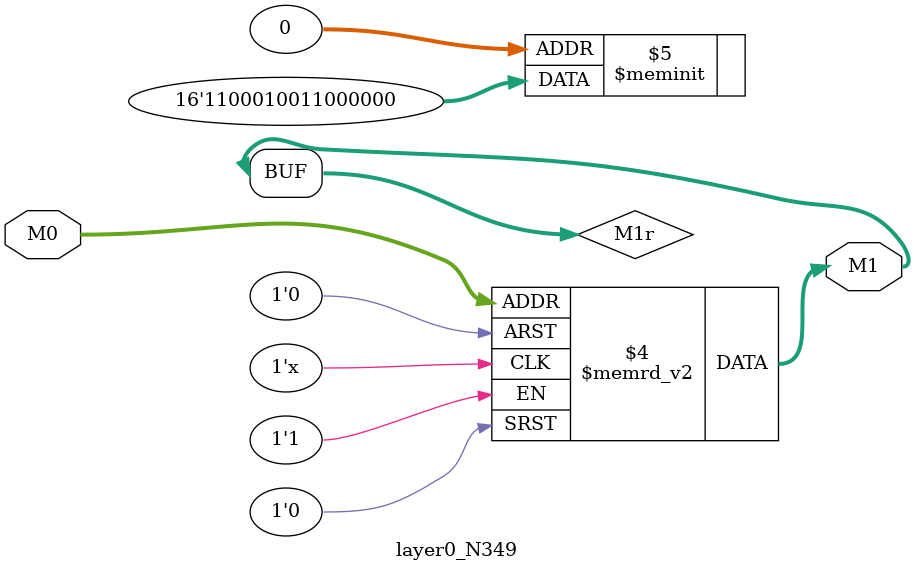
<source format=v>
module layer0_N349 ( input [2:0] M0, output [1:0] M1 );

	(*rom_style = "distributed" *) reg [1:0] M1r;
	assign M1 = M1r;
	always @ (M0) begin
		case (M0)
			3'b000: M1r = 2'b00;
			3'b100: M1r = 2'b00;
			3'b010: M1r = 2'b00;
			3'b110: M1r = 2'b00;
			3'b001: M1r = 2'b00;
			3'b101: M1r = 2'b01;
			3'b011: M1r = 2'b11;
			3'b111: M1r = 2'b11;

		endcase
	end
endmodule

</source>
